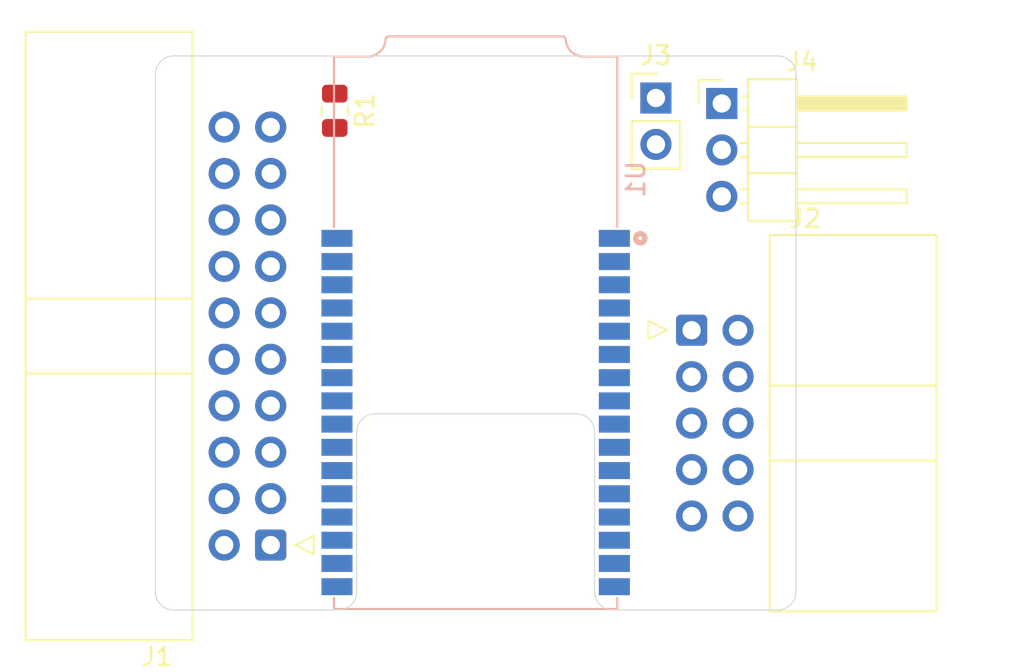
<source format=kicad_pcb>
(kicad_pcb (version 20171130) (host pcbnew "(5.1.6-0-10_14)")

  (general
    (thickness 1.6)
    (drawings 16)
    (tracks 0)
    (zones 0)
    (modules 6)
    (nets 36)
  )

  (page A4)
  (layers
    (0 F.Cu signal)
    (31 B.Cu signal)
    (32 B.Adhes user)
    (33 F.Adhes user)
    (34 B.Paste user)
    (35 F.Paste user)
    (36 B.SilkS user)
    (37 F.SilkS user)
    (38 B.Mask user)
    (39 F.Mask user)
    (40 Dwgs.User user)
    (41 Cmts.User user)
    (42 Eco1.User user)
    (43 Eco2.User user)
    (44 Edge.Cuts user)
    (45 Margin user)
    (46 B.CrtYd user)
    (47 F.CrtYd user)
    (48 B.Fab user)
    (49 F.Fab user)
  )

  (setup
    (last_trace_width 0.25)
    (trace_clearance 0.2)
    (zone_clearance 0.508)
    (zone_45_only no)
    (trace_min 0.2)
    (via_size 0.8)
    (via_drill 0.4)
    (via_min_size 0.4)
    (via_min_drill 0.3)
    (uvia_size 0.3)
    (uvia_drill 0.1)
    (uvias_allowed no)
    (uvia_min_size 0.2)
    (uvia_min_drill 0.1)
    (edge_width 0.05)
    (segment_width 0.2)
    (pcb_text_width 0.3)
    (pcb_text_size 1.5 1.5)
    (mod_edge_width 0.12)
    (mod_text_size 1 1)
    (mod_text_width 0.15)
    (pad_size 1.524 1.524)
    (pad_drill 0.762)
    (pad_to_mask_clearance 0.05)
    (aux_axis_origin 0 0)
    (visible_elements FFFFFF7F)
    (pcbplotparams
      (layerselection 0x010fc_ffffffff)
      (usegerberextensions false)
      (usegerberattributes true)
      (usegerberadvancedattributes true)
      (creategerberjobfile true)
      (excludeedgelayer true)
      (linewidth 0.100000)
      (plotframeref false)
      (viasonmask false)
      (mode 1)
      (useauxorigin false)
      (hpglpennumber 1)
      (hpglpenspeed 20)
      (hpglpendiameter 15.000000)
      (psnegative false)
      (psa4output false)
      (plotreference true)
      (plotvalue true)
      (plotinvisibletext false)
      (padsonsilk false)
      (subtractmaskfromsilk false)
      (outputformat 1)
      (mirror false)
      (drillshape 1)
      (scaleselection 1)
      (outputdirectory ""))
  )

  (net 0 "")
  (net 1 GND)
  (net 2 "Net-(J1-Pad2)")
  (net 3 "Net-(J1-Pad19)")
  (net 4 "Net-(J1-Pad17)")
  (net 5 /RESET)
  (net 6 /TDO)
  (net 7 /RTCK)
  (net 8 /TCLK)
  (net 9 /TMS)
  (net 10 /TDI)
  (net 11 "Net-(J1-Pad3)")
  (net 12 /VCC)
  (net 13 /VCC_NODE)
  (net 14 /VCP_TX)
  (net 15 /VCP_RX)
  (net 16 "Net-(U1-Pad32)")
  (net 17 "Net-(U1-Pad25)")
  (net 18 "Net-(U1-Pad23)")
  (net 19 "Net-(U1-Pad22)")
  (net 20 "Net-(U1-Pad21)")
  (net 21 "Net-(U1-Pad20)")
  (net 22 "Net-(U1-Pad19)")
  (net 23 "Net-(U1-Pad18)")
  (net 24 "Net-(U1-Pad17)")
  (net 25 "Net-(U1-Pad16)")
  (net 26 "Net-(U1-Pad15)")
  (net 27 "Net-(U1-Pad14)")
  (net 28 "Net-(U1-Pad12)")
  (net 29 "Net-(U1-Pad11)")
  (net 30 "Net-(U1-Pad10)")
  (net 31 "Net-(U1-Pad9)")
  (net 32 "Net-(U1-Pad7)")
  (net 33 "Net-(U1-Pad3)")
  (net 34 "Net-(U1-Pad2)")
  (net 35 "Net-(U1-Pad1)")

  (net_class Default "This is the default net class."
    (clearance 0.2)
    (trace_width 0.25)
    (via_dia 0.8)
    (via_drill 0.4)
    (uvia_dia 0.3)
    (uvia_drill 0.1)
    (add_net /RESET)
    (add_net /RTCK)
    (add_net /TCLK)
    (add_net /TDI)
    (add_net /TDO)
    (add_net /TMS)
    (add_net /VCC)
    (add_net /VCC_NODE)
    (add_net /VCP_RX)
    (add_net /VCP_TX)
    (add_net GND)
    (add_net "Net-(J1-Pad17)")
    (add_net "Net-(J1-Pad19)")
    (add_net "Net-(J1-Pad2)")
    (add_net "Net-(J1-Pad3)")
    (add_net "Net-(U1-Pad1)")
    (add_net "Net-(U1-Pad10)")
    (add_net "Net-(U1-Pad11)")
    (add_net "Net-(U1-Pad12)")
    (add_net "Net-(U1-Pad14)")
    (add_net "Net-(U1-Pad15)")
    (add_net "Net-(U1-Pad16)")
    (add_net "Net-(U1-Pad17)")
    (add_net "Net-(U1-Pad18)")
    (add_net "Net-(U1-Pad19)")
    (add_net "Net-(U1-Pad2)")
    (add_net "Net-(U1-Pad20)")
    (add_net "Net-(U1-Pad21)")
    (add_net "Net-(U1-Pad22)")
    (add_net "Net-(U1-Pad23)")
    (add_net "Net-(U1-Pad25)")
    (add_net "Net-(U1-Pad3)")
    (add_net "Net-(U1-Pad32)")
    (add_net "Net-(U1-Pad7)")
    (add_net "Net-(U1-Pad9)")
  )

  (module Module_Extended:STLINK-V3MINI locked (layer B.Cu) (tedit 5FA45183) (tstamp 5FA88784)
    (at 117.5 119.5 180)
    (descr "STLINK V3 MINI JTAG SWD COMPACT MODULE")
    (tags "STLINK V3 MINI COMPACT MODULE ")
    (path /5FA81EE9)
    (attr smd)
    (fp_text reference U1 (at -8.75 12.75 270) (layer B.SilkS)
      (effects (font (size 1 1) (thickness 0.15)) (justify mirror))
    )
    (fp_text value STLINK-V3MINI (at 0 0.6) (layer B.Fab)
      (effects (font (size 1 1) (thickness 0.15)) (justify mirror))
    )
    (fp_arc (start 5.93 20.445) (end 4.83 20.445) (angle 90) (layer B.Fab) (width 0.1))
    (fp_arc (start -5.9 20.445) (end -5.9 19.345) (angle 90) (layer B.Fab) (width 0.1))
    (fp_arc (start -5.9 20.445) (end -5.9 19.465) (angle 90) (layer B.SilkS) (width 0.12))
    (fp_arc (start 5.9 20.445) (end 5.9 19.465) (angle -90) (layer B.SilkS) (width 0.12))
    (fp_circle (center -8.75 9.525) (end -8.65 9.525) (layer B.Fab) (width 0.3))
    (fp_circle (center -9 9.525) (end -8.9 9.525) (layer B.SilkS) (width 0.3))
    (fp_line (start -7.74 10.14) (end -7.74 19.465) (layer B.SilkS) (width 0.12))
    (fp_line (start 7.62 19.345) (end 5.9 19.345) (layer B.Fab) (width 0.1))
    (fp_line (start -7.62 19.345) (end -5.9 19.345) (layer B.Fab) (width 0.1))
    (fp_line (start -7.62 -10.625) (end -7.62 19.345) (layer B.Fab) (width 0.1))
    (fp_line (start 7.62 -10.625) (end 7.62 19.345) (layer B.Fab) (width 0.1))
    (fp_line (start -4.8 20.445) (end 4.83 20.445) (layer B.Fab) (width 0.1))
    (fp_line (start -7.62 -10.625) (end 7.62 -10.625) (layer B.Fab) (width 0.1))
    (fp_line (start 6.42 -10.125) (end 6.42 -0.125) (layer B.Fab) (width 0.12))
    (fp_line (start -6.42 -10.125) (end -6.42 -0.125) (layer B.Fab) (width 0.12))
    (fp_line (start -6.42 -10.125) (end 6.42 -10.125) (layer B.Fab) (width 0.12))
    (fp_line (start 6.42 -0.125) (end -6.42 -0.125) (layer B.Fab) (width 0.12))
    (fp_line (start 6.42 -10.125) (end 6.42 -0.125) (layer F.Fab) (width 0.12))
    (fp_line (start -6.42 -10.125) (end -6.42 -0.125) (layer F.Fab) (width 0.12))
    (fp_line (start -6.42 -10.125) (end 6.42 -10.125) (layer F.Fab) (width 0.12))
    (fp_line (start 6.42 -0.125) (end -6.42 -0.125) (layer F.Fab) (width 0.12))
    (fp_line (start -6.42 -1.125) (end -5.42 -0.125) (layer F.Fab) (width 0.12))
    (fp_line (start -6.42 -2.125) (end -4.42 -0.125) (layer F.Fab) (width 0.12))
    (fp_line (start -6.42 -3.125) (end -3.42 -0.125) (layer F.Fab) (width 0.12))
    (fp_line (start -6.42 -4.125) (end -2.42 -0.125) (layer F.Fab) (width 0.12))
    (fp_line (start -6.42 -5.125) (end -1.42 -0.125) (layer F.Fab) (width 0.12))
    (fp_line (start -6.42 -6.125) (end -0.42 -0.125) (layer F.Fab) (width 0.12))
    (fp_line (start -6.42 -7.125) (end 0.58 -0.125) (layer F.Fab) (width 0.12))
    (fp_line (start -6.42 -8.125) (end 1.58 -0.125) (layer F.Fab) (width 0.12))
    (fp_line (start -6.42 -9.125) (end 2.58 -0.125) (layer F.Fab) (width 0.12))
    (fp_line (start -6.42 -10.125) (end 3.58 -0.125) (layer F.Fab) (width 0.12))
    (fp_line (start -5.42 -10.125) (end 4.58 -0.125) (layer F.Fab) (width 0.12))
    (fp_line (start -4.42 -10.125) (end 5.58 -0.125) (layer F.Fab) (width 0.12))
    (fp_line (start -3.42 -10.125) (end 6.38 -0.325) (layer F.Fab) (width 0.12))
    (fp_line (start -2.42 -10.125) (end 6.38 -1.325) (layer F.Fab) (width 0.12))
    (fp_line (start -1.42 -10.125) (end 6.38 -2.325) (layer F.Fab) (width 0.12))
    (fp_line (start -0.42 -10.125) (end 6.38 -3.325) (layer F.Fab) (width 0.12))
    (fp_line (start 0.58 -10.125) (end 6.38 -4.325) (layer F.Fab) (width 0.12))
    (fp_line (start 1.58 -10.125) (end 6.38 -5.325) (layer F.Fab) (width 0.12))
    (fp_line (start 2.58 -10.125) (end 6.38 -6.325) (layer F.Fab) (width 0.12))
    (fp_line (start 3.58 -10.125) (end 6.38 -7.325) (layer F.Fab) (width 0.12))
    (fp_line (start 4.58 -10.125) (end 6.38 -8.325) (layer F.Fab) (width 0.12))
    (fp_line (start 5.58 -10.125) (end 6.38 -9.325) (layer F.Fab) (width 0.12))
    (fp_line (start -7.74 19.465) (end -5.9 19.465) (layer B.SilkS) (width 0.12))
    (fp_line (start -4.8 20.565) (end 4.83 20.565) (layer B.SilkS) (width 0.12))
    (fp_line (start -4.8 20.565) (end -4.92 20.445) (layer B.SilkS) (width 0.12))
    (fp_line (start 7.74 19.465) (end 5.9 19.465) (layer B.SilkS) (width 0.12))
    (fp_line (start 7.74 10.14) (end 7.74 19.465) (layer B.SilkS) (width 0.12))
    (fp_line (start -7.74 -10.745) (end 7.74 -10.745) (layer B.SilkS) (width 0.12))
    (fp_line (start 4.92 20.445) (end 4.83 20.565) (layer B.SilkS) (width 0.12))
    (fp_line (start -7.74 -10.745) (end -7.74 -10.14) (layer B.SilkS) (width 0.12))
    (fp_line (start 7.74 -10.745) (end 7.74 -10.14) (layer B.SilkS) (width 0.12))
    (fp_line (start -9.62 -11.625) (end 9.62 -11.625) (layer B.CrtYd) (width 0.05))
    (fp_line (start -9.62 19.345) (end 9.62 19.345) (layer B.CrtYd) (width 0.05))
    (fp_line (start -9.62 19.345) (end -9.62 -11.625) (layer B.CrtYd) (width 0.05))
    (fp_line (start 9.62 19.345) (end 9.62 -11.625) (layer B.CrtYd) (width 0.05))
    (fp_line (start 6.42 -0.125) (end -6.42 -0.125) (layer F.CrtYd) (width 0.05))
    (fp_line (start -6.42 -10.125) (end 6.42 -10.125) (layer F.CrtYd) (width 0.05))
    (fp_line (start 6.42 -10.125) (end 6.42 -0.125) (layer F.CrtYd) (width 0.05))
    (fp_line (start -6.42 -10.125) (end -6.42 -0.125) (layer F.CrtYd) (width 0.05))
    (pad 32 smd rect (at 7.58 9.525 180) (size 1.7 0.93) (layers B.Cu B.Paste B.Mask)
      (net 16 "Net-(U1-Pad32)"))
    (pad 31 smd rect (at 7.58 8.255 180) (size 1.7 0.93) (layers B.Cu B.Paste B.Mask)
      (net 5 /RESET))
    (pad 30 smd rect (at 7.58 6.985 180) (size 1.7 0.93) (layers B.Cu B.Paste B.Mask)
      (net 13 /VCC_NODE))
    (pad 29 smd rect (at 7.58 5.715 180) (size 1.7 0.93) (layers B.Cu B.Paste B.Mask)
      (net 1 GND))
    (pad 28 smd rect (at 7.58 4.445 180) (size 1.7 0.93) (layers B.Cu B.Paste B.Mask)
      (net 10 /TDI))
    (pad 27 smd rect (at 7.58 3.175 180) (size 1.7 0.93) (layers B.Cu B.Paste B.Mask)
      (net 1 GND))
    (pad 26 smd rect (at 7.58 1.905 180) (size 1.7 0.93) (layers B.Cu B.Paste B.Mask)
      (net 1 GND))
    (pad 25 smd rect (at 7.58 0.635 180) (size 1.7 0.93) (layers B.Cu B.Paste B.Mask)
      (net 17 "Net-(U1-Pad25)"))
    (pad 24 smd rect (at 7.58 -0.635 180) (size 1.7 0.93) (layers B.Cu B.Paste B.Mask)
      (net 1 GND))
    (pad 23 smd rect (at 7.58 -1.905 180) (size 1.7 0.93) (layers B.Cu B.Paste B.Mask)
      (net 18 "Net-(U1-Pad23)"))
    (pad 22 smd rect (at 7.58 -3.175 180) (size 1.7 0.93) (layers B.Cu B.Paste B.Mask)
      (net 19 "Net-(U1-Pad22)"))
    (pad 21 smd rect (at 7.58 -4.445 180) (size 1.7 0.93) (layers B.Cu B.Paste B.Mask)
      (net 20 "Net-(U1-Pad21)"))
    (pad 20 smd rect (at 7.58 -5.715 180) (size 1.7 0.93) (layers B.Cu B.Paste B.Mask)
      (net 21 "Net-(U1-Pad20)"))
    (pad 19 smd rect (at 7.58 -6.985 180) (size 1.7 0.93) (layers B.Cu B.Paste B.Mask)
      (net 22 "Net-(U1-Pad19)"))
    (pad 18 smd rect (at 7.58 -8.255 180) (size 1.7 0.93) (layers B.Cu B.Paste B.Mask)
      (net 23 "Net-(U1-Pad18)"))
    (pad 17 smd rect (at 7.58 -9.525 180) (size 1.7 0.93) (layers B.Cu B.Paste B.Mask)
      (net 24 "Net-(U1-Pad17)"))
    (pad 16 smd rect (at -7.58 -9.525 180) (size 1.7 0.93) (layers B.Cu B.Paste B.Mask)
      (net 25 "Net-(U1-Pad16)"))
    (pad 15 smd rect (at -7.58 -8.255 180) (size 1.7 0.93) (layers B.Cu B.Paste B.Mask)
      (net 26 "Net-(U1-Pad15)"))
    (pad 14 smd rect (at -7.58 -6.985 180) (size 1.7 0.93) (layers B.Cu B.Paste B.Mask)
      (net 27 "Net-(U1-Pad14)"))
    (pad 13 smd rect (at -7.58 -5.715 180) (size 1.7 0.93) (layers B.Cu B.Paste B.Mask)
      (net 8 /TCLK))
    (pad 12 smd rect (at -7.58 -4.445 180) (size 1.7 0.93) (layers B.Cu B.Paste B.Mask)
      (net 28 "Net-(U1-Pad12)"))
    (pad 11 smd rect (at -7.58 -3.175 180) (size 1.7 0.93) (layers B.Cu B.Paste B.Mask)
      (net 29 "Net-(U1-Pad11)"))
    (pad 10 smd rect (at -7.58 -1.905 180) (size 1.7 0.93) (layers B.Cu B.Paste B.Mask)
      (net 30 "Net-(U1-Pad10)"))
    (pad 9 smd rect (at -7.58 -0.635 180) (size 1.7 0.93) (layers B.Cu B.Paste B.Mask)
      (net 31 "Net-(U1-Pad9)"))
    (pad 8 smd rect (at -7.58 0.635 180) (size 1.7 0.93) (layers B.Cu B.Paste B.Mask)
      (net 1 GND))
    (pad 7 smd rect (at -7.58 1.905 180) (size 1.7 0.93) (layers B.Cu B.Paste B.Mask)
      (net 32 "Net-(U1-Pad7)"))
    (pad 6 smd rect (at -7.58 3.175 180) (size 1.7 0.93) (layers B.Cu B.Paste B.Mask)
      (net 6 /TDO))
    (pad 5 smd rect (at -7.58 4.445 180) (size 1.7 0.93) (layers B.Cu B.Paste B.Mask)
      (net 1 GND))
    (pad 4 smd rect (at -7.58 5.715 180) (size 1.7 0.93) (layers B.Cu B.Paste B.Mask)
      (net 9 /TMS))
    (pad 3 smd rect (at -7.58 6.985 180) (size 1.7 0.93) (layers B.Cu B.Paste B.Mask)
      (net 33 "Net-(U1-Pad3)"))
    (pad 2 smd rect (at -7.58 8.255 180) (size 1.7 0.93) (layers B.Cu B.Paste B.Mask)
      (net 34 "Net-(U1-Pad2)"))
    (pad 1 smd rect (at -7.58 9.525 180) (size 1.7 0.93) (layers B.Cu B.Paste B.Mask)
      (net 35 "Net-(U1-Pad1)"))
    (model ${LAMBDA_LIB_DIR}/3DShapes/Module_Extended.3dshapes/STLINK-V3MINI.wrl
      (at (xyz 0 0 0))
      (scale (xyz 0.3937 0.3937 0.3937))
      (rotate (xyz 0 0 0))
    )
  )

  (module Resistor_SMD:R_0805_2012Metric (layer F.Cu) (tedit 5B36C52B) (tstamp 5FA88724)
    (at 109.8 103 270)
    (descr "Resistor SMD 0805 (2012 Metric), square (rectangular) end terminal, IPC_7351 nominal, (Body size source: https://docs.google.com/spreadsheets/d/1BsfQQcO9C6DZCsRaXUlFlo91Tg2WpOkGARC1WS5S8t0/edit?usp=sharing), generated with kicad-footprint-generator")
    (tags resistor)
    (path /5FA86C31)
    (attr smd)
    (fp_text reference R1 (at 0 -1.65 90) (layer F.SilkS)
      (effects (font (size 1 1) (thickness 0.15)))
    )
    (fp_text value 0R (at 0 1.65 90) (layer F.Fab)
      (effects (font (size 1 1) (thickness 0.15)))
    )
    (fp_text user %R (at 0 0 90) (layer F.Fab)
      (effects (font (size 0.5 0.5) (thickness 0.08)))
    )
    (fp_line (start -1 0.6) (end -1 -0.6) (layer F.Fab) (width 0.1))
    (fp_line (start -1 -0.6) (end 1 -0.6) (layer F.Fab) (width 0.1))
    (fp_line (start 1 -0.6) (end 1 0.6) (layer F.Fab) (width 0.1))
    (fp_line (start 1 0.6) (end -1 0.6) (layer F.Fab) (width 0.1))
    (fp_line (start -0.258578 -0.71) (end 0.258578 -0.71) (layer F.SilkS) (width 0.12))
    (fp_line (start -0.258578 0.71) (end 0.258578 0.71) (layer F.SilkS) (width 0.12))
    (fp_line (start -1.68 0.95) (end -1.68 -0.95) (layer F.CrtYd) (width 0.05))
    (fp_line (start -1.68 -0.95) (end 1.68 -0.95) (layer F.CrtYd) (width 0.05))
    (fp_line (start 1.68 -0.95) (end 1.68 0.95) (layer F.CrtYd) (width 0.05))
    (fp_line (start 1.68 0.95) (end -1.68 0.95) (layer F.CrtYd) (width 0.05))
    (pad 2 smd roundrect (at 0.9375 0 270) (size 0.975 1.4) (layers F.Cu F.Paste F.Mask) (roundrect_rratio 0.25)
      (net 2 "Net-(J1-Pad2)"))
    (pad 1 smd roundrect (at -0.9375 0 270) (size 0.975 1.4) (layers F.Cu F.Paste F.Mask) (roundrect_rratio 0.25)
      (net 12 /VCC))
    (model ${KISYS3DMOD}/Resistor_SMD.3dshapes/R_0805_2012Metric.wrl
      (at (xyz 0 0 0))
      (scale (xyz 1 1 1))
      (rotate (xyz 0 0 0))
    )
  )

  (module Connector_PinHeader_2.54mm:PinHeader_1x03_P2.54mm_Horizontal (layer F.Cu) (tedit 59FED5CB) (tstamp 5FA88713)
    (at 130.95 102.6)
    (descr "Through hole angled pin header, 1x03, 2.54mm pitch, 6mm pin length, single row")
    (tags "Through hole angled pin header THT 1x03 2.54mm single row")
    (path /5FAB3755)
    (fp_text reference J4 (at 4.385 -2.27) (layer F.SilkS)
      (effects (font (size 1 1) (thickness 0.15)))
    )
    (fp_text value Conn_01x03 (at 4.385 7.35) (layer F.Fab)
      (effects (font (size 1 1) (thickness 0.15)))
    )
    (fp_text user %R (at 2.77 2.54 90) (layer F.Fab)
      (effects (font (size 1 1) (thickness 0.15)))
    )
    (fp_line (start 2.135 -1.27) (end 4.04 -1.27) (layer F.Fab) (width 0.1))
    (fp_line (start 4.04 -1.27) (end 4.04 6.35) (layer F.Fab) (width 0.1))
    (fp_line (start 4.04 6.35) (end 1.5 6.35) (layer F.Fab) (width 0.1))
    (fp_line (start 1.5 6.35) (end 1.5 -0.635) (layer F.Fab) (width 0.1))
    (fp_line (start 1.5 -0.635) (end 2.135 -1.27) (layer F.Fab) (width 0.1))
    (fp_line (start -0.32 -0.32) (end 1.5 -0.32) (layer F.Fab) (width 0.1))
    (fp_line (start -0.32 -0.32) (end -0.32 0.32) (layer F.Fab) (width 0.1))
    (fp_line (start -0.32 0.32) (end 1.5 0.32) (layer F.Fab) (width 0.1))
    (fp_line (start 4.04 -0.32) (end 10.04 -0.32) (layer F.Fab) (width 0.1))
    (fp_line (start 10.04 -0.32) (end 10.04 0.32) (layer F.Fab) (width 0.1))
    (fp_line (start 4.04 0.32) (end 10.04 0.32) (layer F.Fab) (width 0.1))
    (fp_line (start -0.32 2.22) (end 1.5 2.22) (layer F.Fab) (width 0.1))
    (fp_line (start -0.32 2.22) (end -0.32 2.86) (layer F.Fab) (width 0.1))
    (fp_line (start -0.32 2.86) (end 1.5 2.86) (layer F.Fab) (width 0.1))
    (fp_line (start 4.04 2.22) (end 10.04 2.22) (layer F.Fab) (width 0.1))
    (fp_line (start 10.04 2.22) (end 10.04 2.86) (layer F.Fab) (width 0.1))
    (fp_line (start 4.04 2.86) (end 10.04 2.86) (layer F.Fab) (width 0.1))
    (fp_line (start -0.32 4.76) (end 1.5 4.76) (layer F.Fab) (width 0.1))
    (fp_line (start -0.32 4.76) (end -0.32 5.4) (layer F.Fab) (width 0.1))
    (fp_line (start -0.32 5.4) (end 1.5 5.4) (layer F.Fab) (width 0.1))
    (fp_line (start 4.04 4.76) (end 10.04 4.76) (layer F.Fab) (width 0.1))
    (fp_line (start 10.04 4.76) (end 10.04 5.4) (layer F.Fab) (width 0.1))
    (fp_line (start 4.04 5.4) (end 10.04 5.4) (layer F.Fab) (width 0.1))
    (fp_line (start 1.44 -1.33) (end 1.44 6.41) (layer F.SilkS) (width 0.12))
    (fp_line (start 1.44 6.41) (end 4.1 6.41) (layer F.SilkS) (width 0.12))
    (fp_line (start 4.1 6.41) (end 4.1 -1.33) (layer F.SilkS) (width 0.12))
    (fp_line (start 4.1 -1.33) (end 1.44 -1.33) (layer F.SilkS) (width 0.12))
    (fp_line (start 4.1 -0.38) (end 10.1 -0.38) (layer F.SilkS) (width 0.12))
    (fp_line (start 10.1 -0.38) (end 10.1 0.38) (layer F.SilkS) (width 0.12))
    (fp_line (start 10.1 0.38) (end 4.1 0.38) (layer F.SilkS) (width 0.12))
    (fp_line (start 4.1 -0.32) (end 10.1 -0.32) (layer F.SilkS) (width 0.12))
    (fp_line (start 4.1 -0.2) (end 10.1 -0.2) (layer F.SilkS) (width 0.12))
    (fp_line (start 4.1 -0.08) (end 10.1 -0.08) (layer F.SilkS) (width 0.12))
    (fp_line (start 4.1 0.04) (end 10.1 0.04) (layer F.SilkS) (width 0.12))
    (fp_line (start 4.1 0.16) (end 10.1 0.16) (layer F.SilkS) (width 0.12))
    (fp_line (start 4.1 0.28) (end 10.1 0.28) (layer F.SilkS) (width 0.12))
    (fp_line (start 1.11 -0.38) (end 1.44 -0.38) (layer F.SilkS) (width 0.12))
    (fp_line (start 1.11 0.38) (end 1.44 0.38) (layer F.SilkS) (width 0.12))
    (fp_line (start 1.44 1.27) (end 4.1 1.27) (layer F.SilkS) (width 0.12))
    (fp_line (start 4.1 2.16) (end 10.1 2.16) (layer F.SilkS) (width 0.12))
    (fp_line (start 10.1 2.16) (end 10.1 2.92) (layer F.SilkS) (width 0.12))
    (fp_line (start 10.1 2.92) (end 4.1 2.92) (layer F.SilkS) (width 0.12))
    (fp_line (start 1.042929 2.16) (end 1.44 2.16) (layer F.SilkS) (width 0.12))
    (fp_line (start 1.042929 2.92) (end 1.44 2.92) (layer F.SilkS) (width 0.12))
    (fp_line (start 1.44 3.81) (end 4.1 3.81) (layer F.SilkS) (width 0.12))
    (fp_line (start 4.1 4.7) (end 10.1 4.7) (layer F.SilkS) (width 0.12))
    (fp_line (start 10.1 4.7) (end 10.1 5.46) (layer F.SilkS) (width 0.12))
    (fp_line (start 10.1 5.46) (end 4.1 5.46) (layer F.SilkS) (width 0.12))
    (fp_line (start 1.042929 4.7) (end 1.44 4.7) (layer F.SilkS) (width 0.12))
    (fp_line (start 1.042929 5.46) (end 1.44 5.46) (layer F.SilkS) (width 0.12))
    (fp_line (start -1.27 0) (end -1.27 -1.27) (layer F.SilkS) (width 0.12))
    (fp_line (start -1.27 -1.27) (end 0 -1.27) (layer F.SilkS) (width 0.12))
    (fp_line (start -1.8 -1.8) (end -1.8 6.85) (layer F.CrtYd) (width 0.05))
    (fp_line (start -1.8 6.85) (end 10.55 6.85) (layer F.CrtYd) (width 0.05))
    (fp_line (start 10.55 6.85) (end 10.55 -1.8) (layer F.CrtYd) (width 0.05))
    (fp_line (start 10.55 -1.8) (end -1.8 -1.8) (layer F.CrtYd) (width 0.05))
    (pad 3 thru_hole oval (at 0 5.08) (size 1.7 1.7) (drill 1) (layers *.Cu *.Mask)
      (net 14 /VCP_TX))
    (pad 2 thru_hole oval (at 0 2.54) (size 1.7 1.7) (drill 1) (layers *.Cu *.Mask)
      (net 15 /VCP_RX))
    (pad 1 thru_hole rect (at 0 0) (size 1.7 1.7) (drill 1) (layers *.Cu *.Mask)
      (net 1 GND))
    (model ${KISYS3DMOD}/Connector_PinHeader_2.54mm.3dshapes/PinHeader_1x03_P2.54mm_Horizontal.wrl
      (at (xyz 0 0 0))
      (scale (xyz 1 1 1))
      (rotate (xyz 0 0 0))
    )
  )

  (module Connector_PinHeader_2.54mm:PinHeader_1x02_P2.54mm_Vertical (layer F.Cu) (tedit 59FED5CC) (tstamp 5FA886D3)
    (at 127.35 102.3)
    (descr "Through hole straight pin header, 1x02, 2.54mm pitch, single row")
    (tags "Through hole pin header THT 1x02 2.54mm single row")
    (path /5FA934C0)
    (fp_text reference J3 (at 0 -2.33) (layer F.SilkS)
      (effects (font (size 1 1) (thickness 0.15)))
    )
    (fp_text value Conn_01x02 (at 0 4.87) (layer F.Fab)
      (effects (font (size 1 1) (thickness 0.15)))
    )
    (fp_text user %R (at 0 1.27 90) (layer F.Fab)
      (effects (font (size 1 1) (thickness 0.15)))
    )
    (fp_line (start -0.635 -1.27) (end 1.27 -1.27) (layer F.Fab) (width 0.1))
    (fp_line (start 1.27 -1.27) (end 1.27 3.81) (layer F.Fab) (width 0.1))
    (fp_line (start 1.27 3.81) (end -1.27 3.81) (layer F.Fab) (width 0.1))
    (fp_line (start -1.27 3.81) (end -1.27 -0.635) (layer F.Fab) (width 0.1))
    (fp_line (start -1.27 -0.635) (end -0.635 -1.27) (layer F.Fab) (width 0.1))
    (fp_line (start -1.33 3.87) (end 1.33 3.87) (layer F.SilkS) (width 0.12))
    (fp_line (start -1.33 1.27) (end -1.33 3.87) (layer F.SilkS) (width 0.12))
    (fp_line (start 1.33 1.27) (end 1.33 3.87) (layer F.SilkS) (width 0.12))
    (fp_line (start -1.33 1.27) (end 1.33 1.27) (layer F.SilkS) (width 0.12))
    (fp_line (start -1.33 0) (end -1.33 -1.33) (layer F.SilkS) (width 0.12))
    (fp_line (start -1.33 -1.33) (end 0 -1.33) (layer F.SilkS) (width 0.12))
    (fp_line (start -1.8 -1.8) (end -1.8 4.35) (layer F.CrtYd) (width 0.05))
    (fp_line (start -1.8 4.35) (end 1.8 4.35) (layer F.CrtYd) (width 0.05))
    (fp_line (start 1.8 4.35) (end 1.8 -1.8) (layer F.CrtYd) (width 0.05))
    (fp_line (start 1.8 -1.8) (end -1.8 -1.8) (layer F.CrtYd) (width 0.05))
    (pad 2 thru_hole oval (at 0 2.54) (size 1.7 1.7) (drill 1) (layers *.Cu *.Mask)
      (net 13 /VCC_NODE))
    (pad 1 thru_hole rect (at 0 0) (size 1.7 1.7) (drill 1) (layers *.Cu *.Mask)
      (net 12 /VCC))
    (model ${KISYS3DMOD}/Connector_PinHeader_2.54mm.3dshapes/PinHeader_1x02_P2.54mm_Vertical.wrl
      (at (xyz 0 0 0))
      (scale (xyz 1 1 1))
      (rotate (xyz 0 0 0))
    )
  )

  (module Connector_IDC:IDC-Header_2x05_P2.54mm_Horizontal (layer F.Cu) (tedit 5EAC9A08) (tstamp 5FA886BD)
    (at 129.3 115)
    (descr "Through hole IDC box header, 2x05, 2.54mm pitch, DIN 41651 / IEC 60603-13, double rows, https://docs.google.com/spreadsheets/d/16SsEcesNF15N3Lb4niX7dcUr-NY5_MFPQhobNuNppn4/edit#gid=0")
    (tags "Through hole horizontal IDC box header THT 2x05 2.54mm double row")
    (path /5FA977D0)
    (fp_text reference J2 (at 6.215 -6.1) (layer F.SilkS)
      (effects (font (size 1 1) (thickness 0.15)))
    )
    (fp_text value Conn_02x05_Counter_Clockwise (at 6.215 16.26) (layer F.Fab)
      (effects (font (size 1 1) (thickness 0.15)))
    )
    (fp_text user %R (at 8.83 5.08 90) (layer F.Fab)
      (effects (font (size 1 1) (thickness 0.15)))
    )
    (fp_line (start 4.38 -4.1) (end 5.38 -5.1) (layer F.Fab) (width 0.1))
    (fp_line (start 4.38 3.03) (end 13.28 3.03) (layer F.Fab) (width 0.1))
    (fp_line (start 4.38 7.13) (end 13.28 7.13) (layer F.Fab) (width 0.1))
    (fp_line (start 4.27 3.03) (end 13.39 3.03) (layer F.SilkS) (width 0.12))
    (fp_line (start 4.27 7.13) (end 13.39 7.13) (layer F.SilkS) (width 0.12))
    (fp_line (start 4.38 -0.32) (end -0.32 -0.32) (layer F.Fab) (width 0.1))
    (fp_line (start -0.32 -0.32) (end -0.32 0.32) (layer F.Fab) (width 0.1))
    (fp_line (start -0.32 0.32) (end 4.38 0.32) (layer F.Fab) (width 0.1))
    (fp_line (start 4.38 2.22) (end -0.32 2.22) (layer F.Fab) (width 0.1))
    (fp_line (start -0.32 2.22) (end -0.32 2.86) (layer F.Fab) (width 0.1))
    (fp_line (start -0.32 2.86) (end 4.38 2.86) (layer F.Fab) (width 0.1))
    (fp_line (start 4.38 4.76) (end -0.32 4.76) (layer F.Fab) (width 0.1))
    (fp_line (start -0.32 4.76) (end -0.32 5.4) (layer F.Fab) (width 0.1))
    (fp_line (start -0.32 5.4) (end 4.38 5.4) (layer F.Fab) (width 0.1))
    (fp_line (start 4.38 7.3) (end -0.32 7.3) (layer F.Fab) (width 0.1))
    (fp_line (start -0.32 7.3) (end -0.32 7.94) (layer F.Fab) (width 0.1))
    (fp_line (start -0.32 7.94) (end 4.38 7.94) (layer F.Fab) (width 0.1))
    (fp_line (start 4.38 9.84) (end -0.32 9.84) (layer F.Fab) (width 0.1))
    (fp_line (start -0.32 9.84) (end -0.32 10.48) (layer F.Fab) (width 0.1))
    (fp_line (start -0.32 10.48) (end 4.38 10.48) (layer F.Fab) (width 0.1))
    (fp_line (start 5.38 -5.1) (end 13.28 -5.1) (layer F.Fab) (width 0.1))
    (fp_line (start 13.28 -5.1) (end 13.28 15.26) (layer F.Fab) (width 0.1))
    (fp_line (start 13.28 15.26) (end 4.38 15.26) (layer F.Fab) (width 0.1))
    (fp_line (start 4.38 15.26) (end 4.38 -4.1) (layer F.Fab) (width 0.1))
    (fp_line (start 4.27 -5.21) (end 13.39 -5.21) (layer F.SilkS) (width 0.12))
    (fp_line (start 13.39 -5.21) (end 13.39 15.37) (layer F.SilkS) (width 0.12))
    (fp_line (start 13.39 15.37) (end 4.27 15.37) (layer F.SilkS) (width 0.12))
    (fp_line (start 4.27 15.37) (end 4.27 -5.21) (layer F.SilkS) (width 0.12))
    (fp_line (start -1.35 0) (end -2.35 -0.5) (layer F.SilkS) (width 0.12))
    (fp_line (start -2.35 -0.5) (end -2.35 0.5) (layer F.SilkS) (width 0.12))
    (fp_line (start -2.35 0.5) (end -1.35 0) (layer F.SilkS) (width 0.12))
    (fp_line (start -1.35 -5.6) (end -1.35 15.76) (layer F.CrtYd) (width 0.05))
    (fp_line (start -1.35 15.76) (end 13.78 15.76) (layer F.CrtYd) (width 0.05))
    (fp_line (start 13.78 15.76) (end 13.78 -5.6) (layer F.CrtYd) (width 0.05))
    (fp_line (start 13.78 -5.6) (end -1.35 -5.6) (layer F.CrtYd) (width 0.05))
    (pad 10 thru_hole circle (at 2.54 10.16) (size 1.7 1.7) (drill 1) (layers *.Cu *.Mask)
      (net 9 /TMS))
    (pad 8 thru_hole circle (at 2.54 7.62) (size 1.7 1.7) (drill 1) (layers *.Cu *.Mask)
      (net 5 /RESET))
    (pad 6 thru_hole circle (at 2.54 5.08) (size 1.7 1.7) (drill 1) (layers *.Cu *.Mask)
      (net 1 GND))
    (pad 4 thru_hole circle (at 2.54 2.54) (size 1.7 1.7) (drill 1) (layers *.Cu *.Mask)
      (net 1 GND))
    (pad 2 thru_hole circle (at 2.54 0) (size 1.7 1.7) (drill 1) (layers *.Cu *.Mask)
      (net 10 /TDI))
    (pad 9 thru_hole circle (at 0 10.16) (size 1.7 1.7) (drill 1) (layers *.Cu *.Mask)
      (net 6 /TDO))
    (pad 7 thru_hole circle (at 0 7.62) (size 1.7 1.7) (drill 1) (layers *.Cu *.Mask)
      (net 7 /RTCK))
    (pad 5 thru_hole circle (at 0 5.08) (size 1.7 1.7) (drill 1) (layers *.Cu *.Mask)
      (net 12 /VCC))
    (pad 3 thru_hole circle (at 0 2.54) (size 1.7 1.7) (drill 1) (layers *.Cu *.Mask)
      (net 1 GND))
    (pad 1 thru_hole roundrect (at 0 0) (size 1.7 1.7) (drill 1) (layers *.Cu *.Mask) (roundrect_rratio 0.147059)
      (net 8 /TCLK))
    (model ${KISYS3DMOD}/Connector_IDC.3dshapes/IDC-Header_2x05_P2.54mm_Horizontal.wrl
      (at (xyz 0 0 0))
      (scale (xyz 1 1 1))
      (rotate (xyz 0 0 0))
    )
  )

  (module Connector_IDC:IDC-Header_2x10_P2.54mm_Horizontal (layer F.Cu) (tedit 5EAC9A08) (tstamp 5FA8868B)
    (at 106.3 126.75 180)
    (descr "Through hole IDC box header, 2x10, 2.54mm pitch, DIN 41651 / IEC 60603-13, double rows, https://docs.google.com/spreadsheets/d/16SsEcesNF15N3Lb4niX7dcUr-NY5_MFPQhobNuNppn4/edit#gid=0")
    (tags "Through hole horizontal IDC box header THT 2x10 2.54mm double row")
    (path /5FA83CE7)
    (fp_text reference J1 (at 6.215 -6.1) (layer F.SilkS)
      (effects (font (size 1 1) (thickness 0.15)))
    )
    (fp_text value Conn_02x10_Odd_Even (at 6.215 28.96) (layer F.Fab)
      (effects (font (size 1 1) (thickness 0.15)))
    )
    (fp_text user %R (at 8.83 11.43 90) (layer F.Fab)
      (effects (font (size 1 1) (thickness 0.15)))
    )
    (fp_line (start 4.38 -4.1) (end 5.38 -5.1) (layer F.Fab) (width 0.1))
    (fp_line (start 4.38 9.38) (end 13.28 9.38) (layer F.Fab) (width 0.1))
    (fp_line (start 4.38 13.48) (end 13.28 13.48) (layer F.Fab) (width 0.1))
    (fp_line (start 4.27 9.38) (end 13.39 9.38) (layer F.SilkS) (width 0.12))
    (fp_line (start 4.27 13.48) (end 13.39 13.48) (layer F.SilkS) (width 0.12))
    (fp_line (start 4.38 -0.32) (end -0.32 -0.32) (layer F.Fab) (width 0.1))
    (fp_line (start -0.32 -0.32) (end -0.32 0.32) (layer F.Fab) (width 0.1))
    (fp_line (start -0.32 0.32) (end 4.38 0.32) (layer F.Fab) (width 0.1))
    (fp_line (start 4.38 2.22) (end -0.32 2.22) (layer F.Fab) (width 0.1))
    (fp_line (start -0.32 2.22) (end -0.32 2.86) (layer F.Fab) (width 0.1))
    (fp_line (start -0.32 2.86) (end 4.38 2.86) (layer F.Fab) (width 0.1))
    (fp_line (start 4.38 4.76) (end -0.32 4.76) (layer F.Fab) (width 0.1))
    (fp_line (start -0.32 4.76) (end -0.32 5.4) (layer F.Fab) (width 0.1))
    (fp_line (start -0.32 5.4) (end 4.38 5.4) (layer F.Fab) (width 0.1))
    (fp_line (start 4.38 7.3) (end -0.32 7.3) (layer F.Fab) (width 0.1))
    (fp_line (start -0.32 7.3) (end -0.32 7.94) (layer F.Fab) (width 0.1))
    (fp_line (start -0.32 7.94) (end 4.38 7.94) (layer F.Fab) (width 0.1))
    (fp_line (start 4.38 9.84) (end -0.32 9.84) (layer F.Fab) (width 0.1))
    (fp_line (start -0.32 9.84) (end -0.32 10.48) (layer F.Fab) (width 0.1))
    (fp_line (start -0.32 10.48) (end 4.38 10.48) (layer F.Fab) (width 0.1))
    (fp_line (start 4.38 12.38) (end -0.32 12.38) (layer F.Fab) (width 0.1))
    (fp_line (start -0.32 12.38) (end -0.32 13.02) (layer F.Fab) (width 0.1))
    (fp_line (start -0.32 13.02) (end 4.38 13.02) (layer F.Fab) (width 0.1))
    (fp_line (start 4.38 14.92) (end -0.32 14.92) (layer F.Fab) (width 0.1))
    (fp_line (start -0.32 14.92) (end -0.32 15.56) (layer F.Fab) (width 0.1))
    (fp_line (start -0.32 15.56) (end 4.38 15.56) (layer F.Fab) (width 0.1))
    (fp_line (start 4.38 17.46) (end -0.32 17.46) (layer F.Fab) (width 0.1))
    (fp_line (start -0.32 17.46) (end -0.32 18.1) (layer F.Fab) (width 0.1))
    (fp_line (start -0.32 18.1) (end 4.38 18.1) (layer F.Fab) (width 0.1))
    (fp_line (start 4.38 20) (end -0.32 20) (layer F.Fab) (width 0.1))
    (fp_line (start -0.32 20) (end -0.32 20.64) (layer F.Fab) (width 0.1))
    (fp_line (start -0.32 20.64) (end 4.38 20.64) (layer F.Fab) (width 0.1))
    (fp_line (start 4.38 22.54) (end -0.32 22.54) (layer F.Fab) (width 0.1))
    (fp_line (start -0.32 22.54) (end -0.32 23.18) (layer F.Fab) (width 0.1))
    (fp_line (start -0.32 23.18) (end 4.38 23.18) (layer F.Fab) (width 0.1))
    (fp_line (start 5.38 -5.1) (end 13.28 -5.1) (layer F.Fab) (width 0.1))
    (fp_line (start 13.28 -5.1) (end 13.28 27.96) (layer F.Fab) (width 0.1))
    (fp_line (start 13.28 27.96) (end 4.38 27.96) (layer F.Fab) (width 0.1))
    (fp_line (start 4.38 27.96) (end 4.38 -4.1) (layer F.Fab) (width 0.1))
    (fp_line (start 4.27 -5.21) (end 13.39 -5.21) (layer F.SilkS) (width 0.12))
    (fp_line (start 13.39 -5.21) (end 13.39 28.07) (layer F.SilkS) (width 0.12))
    (fp_line (start 13.39 28.07) (end 4.27 28.07) (layer F.SilkS) (width 0.12))
    (fp_line (start 4.27 28.07) (end 4.27 -5.21) (layer F.SilkS) (width 0.12))
    (fp_line (start -1.35 0) (end -2.35 -0.5) (layer F.SilkS) (width 0.12))
    (fp_line (start -2.35 -0.5) (end -2.35 0.5) (layer F.SilkS) (width 0.12))
    (fp_line (start -2.35 0.5) (end -1.35 0) (layer F.SilkS) (width 0.12))
    (fp_line (start -1.35 -5.6) (end -1.35 28.46) (layer F.CrtYd) (width 0.05))
    (fp_line (start -1.35 28.46) (end 13.78 28.46) (layer F.CrtYd) (width 0.05))
    (fp_line (start 13.78 28.46) (end 13.78 -5.6) (layer F.CrtYd) (width 0.05))
    (fp_line (start 13.78 -5.6) (end -1.35 -5.6) (layer F.CrtYd) (width 0.05))
    (pad 20 thru_hole circle (at 2.54 22.86 180) (size 1.7 1.7) (drill 1) (layers *.Cu *.Mask)
      (net 1 GND))
    (pad 18 thru_hole circle (at 2.54 20.32 180) (size 1.7 1.7) (drill 1) (layers *.Cu *.Mask)
      (net 1 GND))
    (pad 16 thru_hole circle (at 2.54 17.78 180) (size 1.7 1.7) (drill 1) (layers *.Cu *.Mask)
      (net 1 GND))
    (pad 14 thru_hole circle (at 2.54 15.24 180) (size 1.7 1.7) (drill 1) (layers *.Cu *.Mask)
      (net 1 GND))
    (pad 12 thru_hole circle (at 2.54 12.7 180) (size 1.7 1.7) (drill 1) (layers *.Cu *.Mask)
      (net 1 GND))
    (pad 10 thru_hole circle (at 2.54 10.16 180) (size 1.7 1.7) (drill 1) (layers *.Cu *.Mask)
      (net 1 GND))
    (pad 8 thru_hole circle (at 2.54 7.62 180) (size 1.7 1.7) (drill 1) (layers *.Cu *.Mask)
      (net 1 GND))
    (pad 6 thru_hole circle (at 2.54 5.08 180) (size 1.7 1.7) (drill 1) (layers *.Cu *.Mask)
      (net 1 GND))
    (pad 4 thru_hole circle (at 2.54 2.54 180) (size 1.7 1.7) (drill 1) (layers *.Cu *.Mask)
      (net 1 GND))
    (pad 2 thru_hole circle (at 2.54 0 180) (size 1.7 1.7) (drill 1) (layers *.Cu *.Mask)
      (net 2 "Net-(J1-Pad2)"))
    (pad 19 thru_hole circle (at 0 22.86 180) (size 1.7 1.7) (drill 1) (layers *.Cu *.Mask)
      (net 3 "Net-(J1-Pad19)"))
    (pad 17 thru_hole circle (at 0 20.32 180) (size 1.7 1.7) (drill 1) (layers *.Cu *.Mask)
      (net 4 "Net-(J1-Pad17)"))
    (pad 15 thru_hole circle (at 0 17.78 180) (size 1.7 1.7) (drill 1) (layers *.Cu *.Mask)
      (net 5 /RESET))
    (pad 13 thru_hole circle (at 0 15.24 180) (size 1.7 1.7) (drill 1) (layers *.Cu *.Mask)
      (net 6 /TDO))
    (pad 11 thru_hole circle (at 0 12.7 180) (size 1.7 1.7) (drill 1) (layers *.Cu *.Mask)
      (net 7 /RTCK))
    (pad 9 thru_hole circle (at 0 10.16 180) (size 1.7 1.7) (drill 1) (layers *.Cu *.Mask)
      (net 8 /TCLK))
    (pad 7 thru_hole circle (at 0 7.62 180) (size 1.7 1.7) (drill 1) (layers *.Cu *.Mask)
      (net 9 /TMS))
    (pad 5 thru_hole circle (at 0 5.08 180) (size 1.7 1.7) (drill 1) (layers *.Cu *.Mask)
      (net 10 /TDI))
    (pad 3 thru_hole circle (at 0 2.54 180) (size 1.7 1.7) (drill 1) (layers *.Cu *.Mask)
      (net 11 "Net-(J1-Pad3)"))
    (pad 1 thru_hole roundrect (at 0 0 180) (size 1.7 1.7) (drill 1) (layers *.Cu *.Mask) (roundrect_rratio 0.147059)
      (net 12 /VCC))
    (model ${KISYS3DMOD}/Connector_IDC.3dshapes/IDC-Header_2x10_P2.54mm_Horizontal.wrl
      (at (xyz 0 0 0))
      (scale (xyz 1 1 1))
      (rotate (xyz 0 0 0))
    )
  )

  (gr_line (start 110 130.3) (end 101 130.3) (layer Edge.Cuts) (width 0.05) (tstamp 5FA89681))
  (gr_arc (start 125 129.3) (end 124 129.3) (angle -90) (layer Edge.Cuts) (width 0.05) (tstamp 5FA89663))
  (gr_arc (start 110 129.3) (end 110 130.3) (angle -90) (layer Edge.Cuts) (width 0.05) (tstamp 5FA89663))
  (gr_arc (start 123 120.57) (end 124 120.57) (angle -90) (layer Edge.Cuts) (width 0.05) (tstamp 5FA89663))
  (gr_arc (start 112 120.57) (end 112 119.57) (angle -90) (layer Edge.Cuts) (width 0.05) (tstamp 5FA89663))
  (gr_line (start 111 120.57) (end 111 129.3) (layer Edge.Cuts) (width 0.05) (tstamp 5FA89657))
  (gr_line (start 124 120.57) (end 124 129.3) (layer Edge.Cuts) (width 0.05))
  (gr_line (start 112 119.57) (end 123 119.57) (layer Edge.Cuts) (width 0.05))
  (gr_arc (start 134 101) (end 135 101) (angle -90) (layer Edge.Cuts) (width 0.05) (tstamp 5FA8911A))
  (gr_arc (start 134 129.3) (end 134 130.3) (angle -90) (layer Edge.Cuts) (width 0.05) (tstamp 5FA8911A))
  (gr_arc (start 101 129.3) (end 100 129.3) (angle -90) (layer Edge.Cuts) (width 0.05) (tstamp 5FA8911A))
  (gr_arc (start 101 101) (end 101 100) (angle -90) (layer Edge.Cuts) (width 0.05))
  (gr_line (start 101 100) (end 134 100) (layer Edge.Cuts) (width 0.05) (tstamp 5FA89110))
  (gr_line (start 135 101) (end 135 129.3) (layer Edge.Cuts) (width 0.05) (tstamp 5FA8910E))
  (gr_line (start 125 130.3) (end 134 130.3) (layer Edge.Cuts) (width 0.05))
  (gr_line (start 100 101) (end 100 129.3) (layer Edge.Cuts) (width 0.05))

)

</source>
